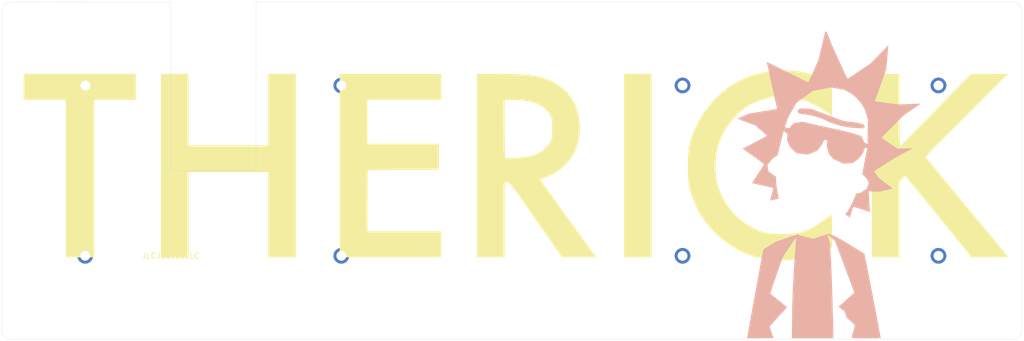
<source format=kicad_pcb>
(kicad_pcb (version 20171130) (host pcbnew "(5.1.2-1)-1")
  (layers (0 F.Cu signal) (31 B.Cu signal) (34 B.Paste user) (35 F.Paste user) (36 B.SilkS user) (37 F.SilkS user) (38 B.Mask user) (39 F.Mask user) (44 Edge.Cuts user))
  (net 0 "")
  (module Artwork:THERICK (layer F.Cu) (at 160.3375 72.628125)
    (fp_text reference U50 hide)
    (fp_text value HOLE hide)
    (fp_poly (pts (xy 86.541429 -13.153572) (xy 86.544383 -11.481928) (xy 86.552837 -9.927895) (xy 86.566177 -8.52779) (xy 86.58379 -7.317933) (xy 86.605064 -6.334643) (xy 86.629383 -5.61424) (xy 86.656136 -5.193043) (xy 86.6775 -5.095355) (xy 86.824557 -5.224856) (xy 87.201854 -5.592937) (xy 87.787423 -6.177302) (xy 88.559299 -6.955652) (xy 89.495516 -7.90569) (xy 90.574106 -9.005118) (xy 91.773104 -10.231639) (xy 93.070542 -11.562955) (xy 94.444456 -12.976769) (xy 94.615 -13.152539) (xy 102.416429 -21.194368) (xy 106.588619 -21.210756) (xy 110.760809 -21.227143) (xy 101.521567 -11.986569) (xy 99.753816 -10.21758) (xy 98.226687 -8.686557) (xy 96.92344 -7.375669) (xy 95.827337 -6.267087) (xy 94.921638 -5.342981) (xy 94.189605 -4.585522) (xy 93.614499 -3.97688) (xy 93.17958 -3.499225) (xy 92.86811 -3.134729) (xy 92.66335 -2.86556) (xy 92.548561 -2.673891) (xy 92.507003 -2.541891) (xy 92.521938 -2.45173) (xy 92.54152 -2.421436) (xy 92.696489 -2.23282) (xy 93.064894 -1.78724) (xy 93.628341 -1.106874) (xy 94.368438 -0.213901) (xy 95.266789 0.869502) (xy 96.305002 2.121157) (xy 97.464682 3.518884) (xy 98.727436 5.040507) (xy 100.07487 6.663848) (xy 101.488591 8.366727) (xy 101.710637 8.634161) (xy 103.129267 10.343415) (xy 104.481451 11.973908) (xy 105.749138 13.503793) (xy 106.914276 14.911226) (xy 107.958814 16.17436) (xy 108.8647 17.271349) (xy 109.613883 18.180346) (xy 110.18831 18.879507) (xy 110.569931 19.346985) (xy 110.740694 19.560934) (xy 110.747416 19.570456) (xy 110.684449 19.641034) (xy 110.380363 19.695196) (xy 109.809268 19.734258) (xy 108.945277 19.759539) (xy 107.762501 19.772356) (xy 106.736065 19.774619) (xy 102.597857 19.773523) (xy 95.259568 10.70319) (xy 93.986099 9.131205) (xy 92.779362 7.645585) (xy 91.658732 6.269925) (xy 90.643586 5.027819) (xy 89.753298 3.942863) (xy 89.007244 3.038651) (xy 88.424799 2.338777) (xy 88.025338 1.866836) (xy 87.828238 1.646423) (xy 87.81123 1.632857) (xy 87.630246 1.751834) (xy 87.29916 2.052818) (xy 87.121305 2.231137) (xy 86.541429 2.829417) (xy 86.541429 19.775714) (xy 80.372857 19.775714) (xy 80.372857 -21.227143) (xy 86.541429 -21.227143) (xy 86.541429 -13.153572)) (layer F.SilkS) (width 0.01))
    (fp_poly (pts (xy 31.205714 19.775714) (xy 25.037143 19.775714) (xy 25.037143 -21.227143) (xy 31.205714 -21.227143) (xy 31.205714 19.775714)) (layer F.SilkS) (width 0.01))
    (fp_poly (pts (xy -2.8575 -21.226632) (xy -0.86858 -21.216504) (xy 0.810534 -21.183525) (xy 2.232432 -21.123129) (xy 3.449703 -21.030751) (xy 4.514938 -20.901828) (xy 5.480726 -20.731793) (xy 6.399657 -20.516083) (xy 6.889408 -20.380595) (xy 8.882546 -19.635106) (xy 10.622015 -18.633251) (xy 12.097926 -17.387428) (xy 13.300389 -15.91004) (xy 14.219516 -14.213488) (xy 14.845416 -12.310172) (xy 15.1682 -10.212495) (xy 15.184266 -9.978844) (xy 15.147829 -7.876509) (xy 14.788165 -5.882202) (xy 14.122034 -4.025788) (xy 13.166193 -2.337132) (xy 11.937404 -0.846102) (xy 10.452426 0.417438) (xy 8.806709 1.386127) (xy 8.106551 1.700047) (xy 7.450292 1.955484) (xy 6.972174 2.100505) (xy 6.947066 2.105515) (xy 6.543507 2.227169) (xy 6.352377 2.375195) (xy 6.35 2.391142) (xy 6.453811 2.565574) (xy 6.752762 3.006838) (xy 7.228126 3.688631) (xy 7.861178 4.584653) (xy 8.633193 5.6686) (xy 9.525445 6.914172) (xy 10.519208 8.295066) (xy 11.595758 9.78498) (xy 12.600244 11.170237) (xy 18.850489 19.775714) (xy 15.004173 19.766417) (xy 11.157857 19.757119) (xy 5.365321 11.420702) (xy 4.12364 9.634461) (xy 3.071038 8.123419) (xy 2.189863 6.864566) (xy 1.462464 5.834894) (xy 0.87119 5.011394) (xy 0.398388 4.371057) (xy 0.026408 3.890874) (xy -0.262402 3.547836) (xy -0.485694 3.318933) (xy -0.66112 3.181158) (xy -0.80633 3.111501) (xy -0.938976 3.086953) (xy -1.030036 3.084286) (xy -1.632857 3.084286) (xy -1.632857 19.775714) (xy -7.801428 19.775714) (xy -7.801428 -9.010953) (xy -1.632857 -9.010953) (xy -1.629133 -7.519354) (xy -1.618543 -6.142944) (xy -1.601962 -4.923771) (xy -1.580262 -3.903885) (xy -1.554317 -3.125333) (xy -1.525002 -2.630165) (xy -1.496786 -2.461875) (xy -1.254816 -2.407086) (xy -0.730217 -2.391724) (xy -0.000467 -2.410641) (xy 0.856954 -2.458687) (xy 1.764568 -2.530712) (xy 2.644896 -2.621568) (xy 3.420458 -2.726105) (xy 3.947692 -2.823724) (xy 5.522941 -3.329353) (xy 6.830792 -4.073763) (xy 7.866184 -5.053314) (xy 8.567093 -6.145479) (xy 8.752644 -6.569216) (xy 8.873658 -7.000286) (xy 8.943241 -7.531385) (xy 8.974495 -8.255207) (xy 8.980714 -9.071429) (xy 8.973839 -9.999356) (xy 8.94302 -10.658621) (xy 8.872966 -11.143314) (xy 8.748387 -11.547525) (xy 8.553993 -11.965346) (xy 8.490705 -12.086724) (xy 7.745203 -13.140985) (xy 6.724784 -13.991442) (xy 5.422313 -14.640968) (xy 3.830659 -15.092435) (xy 1.942686 -15.348717) (xy 0.226786 -15.415099) (xy -1.632857 -15.421429) (xy -1.632857 -9.010953) (xy -7.801428 -9.010953) (xy -7.801428 -21.227143) (xy -2.8575 -21.226632)) (layer F.SilkS) (width 0.01))
    (fp_poly (pts (xy -15.784286 -15.421429) (xy -32.294286 -15.421429) (xy -32.294286 -5.624286) (xy -16.328571 -5.624286) (xy -16.328571 0.177614) (xy -24.266071 0.224878) (xy -32.203571 0.272143) (xy -32.25111 7.121071) (xy -32.298649 13.97) (xy -15.784286 13.97) (xy -15.784286 19.775714) (xy -38.462857 19.775714) (xy -38.462857 -21.227143) (xy -15.784286 -21.227143) (xy -15.784286 -15.421429)) (layer F.SilkS) (width 0.01))
    (fp_poly (pts (xy -72.208571 -5.261429) (xy -54.428571 -5.261429) (xy -54.428571 -21.227143) (xy -48.26 -21.227143) (xy -48.26 19.775714) (xy -54.428571 19.775714) (xy -54.428571 0.725714) (xy -72.208571 0.725714) (xy -72.208571 19.775714) (xy -78.377143 19.775714) (xy -78.377143 -21.227143) (xy -72.208571 -21.227143) (xy -72.208571 -5.261429)) (layer F.SilkS) (width 0.01))
    (fp_poly (pts (xy -84.001428 -15.421429) (xy -93.254286 -15.421429) (xy -93.254286 19.775714) (xy -99.604286 19.775714) (xy -99.604286 -15.421429) (xy -109.038571 -15.421429) (xy -109.038571 -21.227143) (xy -84.001428 -21.227143) (xy -84.001428 -15.421429)) (layer F.SilkS) (width 0.01))
    (fp_poly (pts (xy 63.962095 -21.825014) (xy 66.518146 -21.269081) (xy 67.037857 -21.111441) (xy 67.596927 -20.908104) (xy 68.36212 -20.596803) (xy 69.212931 -20.227616) (xy 69.713929 -19.999363) (xy 71.482857 -19.176683) (xy 71.482857 -11.758092) (xy 70.621072 -12.408957) (xy 68.491907 -13.823745) (xy 66.302874 -14.90734) (xy 64.07702 -15.657516) (xy 61.837395 -16.072047) (xy 59.607048 -16.148708) (xy 57.409029 -15.885273) (xy 55.266387 -15.279518) (xy 53.202172 -14.329216) (xy 52.84688 -14.125051) (xy 51.51512 -13.187418) (xy 50.184707 -11.980113) (xy 48.932844 -10.588305) (xy 47.836738 -9.097159) (xy 47.032218 -7.710714) (xy 46.246289 -5.766109) (xy 45.724895 -3.645744) (xy 45.474187 -1.428621) (xy 45.500317 0.806261) (xy 45.809435 2.9799) (xy 46.109253 4.143607) (xy 46.893011 6.129148) (xy 47.986788 8.016141) (xy 49.344306 9.750948) (xy 50.919284 11.279932) (xy 52.665441 12.549454) (xy 53.975 13.259797) (xy 55.127526 13.76871) (xy 56.146615 14.133244) (xy 57.13875 14.375393) (xy 58.210416 14.517148) (xy 59.468094 14.580504) (xy 60.415714 14.590065) (xy 61.795621 14.561868) (xy 63.014037 14.462424) (xy 64.127531 14.269453) (xy 65.19267 13.960677) (xy 66.266022 13.513817) (xy 67.404153 12.906594) (xy 68.663632 12.116729) (xy 70.101026 11.121943) (xy 71.14425 10.364656) (xy 71.257479 10.29533) (xy 71.342181 10.305341) (xy 71.402489 10.437472) (xy 71.442537 10.734505) (xy 71.46646 11.239221) (xy 71.478392 11.994403) (xy 71.482465 13.042833) (xy 71.482857 13.868925) (xy 71.482857 17.622109) (xy 69.986072 18.323291) (xy 67.349545 19.364294) (xy 64.608863 20.076038) (xy 61.810333 20.452061) (xy 59.000262 20.485899) (xy 56.458626 20.211609) (xy 53.884965 19.597764) (xy 51.421177 18.640603) (xy 49.078218 17.345923) (xy 46.867046 15.719523) (xy 45.34917 14.332857) (xy 43.585845 12.386523) (xy 42.147019 10.362462) (xy 40.994532 8.194971) (xy 40.090226 5.81835) (xy 39.772152 4.730527) (xy 39.604268 4.07609) (xy 39.481464 3.492591) (xy 39.396576 2.902316) (xy 39.342441 2.227552) (xy 39.311895 1.390583) (xy 39.297774 0.313697) (xy 39.29428 -0.453572) (xy 39.309993 -2.091749) (xy 39.37784 -3.460097) (xy 39.513188 -4.649775) (xy 39.7314 -5.751943) (xy 40.047841 -6.857761) (xy 40.477878 -8.058387) (xy 40.650189 -8.498098) (xy 41.662083 -10.627829) (xy 42.967155 -12.722745) (xy 44.505564 -14.708793) (xy 46.217466 -16.511921) (xy 48.043018 -18.058074) (xy 48.818214 -18.605688) (xy 51.066376 -19.887807) (xy 53.492308 -20.880976) (xy 56.045429 -21.578238) (xy 58.675155 -21.972636) (xy 61.330904 -22.057213) (xy 63.962095 -21.825014)) (layer F.SilkS) (width 0.01))
  )
  (module Artwork:rick_large (layer B.Cu) (at 231.378125 76.2 180)
    (fp_text reference U49 hide)
    (fp_text value HOLE hide)
    (fp_poly (pts (xy 7.015348 16.828876) (xy 7.293472 16.555918) (xy 7.179463 16.265675) (xy 7.129511 16.145662) (xy 7.07489 16.054858) (xy 6.997239 15.986717) (xy 6.878202 15.934695) (xy 6.699419 15.892244) (xy 6.442533 15.852821) (xy 6.089185 15.809878) (xy 5.813351 15.778586) (xy 5.115897 15.680371) (xy 4.388311 15.542399) (xy 3.655785 15.371742) (xy 2.943513 15.175471) (xy 2.276688 14.960658) (xy 1.680501 14.734375) (xy 1.180146 14.503692) (xy 1.0795 14.449778) (xy 0.402342 14.116625) (xy -0.39138 13.800847) (xy -1.292025 13.50565) (xy -2.289948 13.234239) (xy -3.20675 13.024787) (xy -3.5783 12.952725) (xy -3.968008 12.89035) (xy -4.394824 12.835683) (xy -4.877699 12.786744) (xy -5.435581 12.741555) (xy -6.087421 12.698138) (xy -6.643891 12.665849) (xy -7.350532 12.626799) (xy -7.576549 12.825244) (xy -7.802566 13.02369) (xy -7.670251 13.247946) (xy -7.608846 13.346706) (xy -7.544687 13.422574) (xy -7.457186 13.485047) (xy -7.325758 13.543623) (xy -7.129814 13.607798) (xy -6.848768 13.687069) (xy -6.536107 13.771137) (xy -6.058887 13.881287) (xy -5.498397 13.977611) (xy -4.836374 14.063075) (xy -4.550905 14.093677) (xy -4.070542 14.145372) (xy -3.684674 14.194513) (xy -3.361081 14.247023) (xy -3.06754 14.308823) (xy -2.77183 14.385833) (xy -2.463338 14.477309) (xy -2.089201 14.599415) (xy -1.694645 14.739606) (xy -1.32836 14.879975) (xy -1.055683 14.995019) (xy -0.864897 15.076463) (xy -0.571936 15.194925) (xy -0.193899 15.343793) (xy 0.252119 15.516454) (xy 0.74902 15.706296) (xy 1.279707 15.906708) (xy 1.827084 16.111078) (xy 1.901192 16.13856) (xy 4.278634 17.019493) (xy 5.507929 17.060663) (xy 6.737225 17.101833) (xy 7.015348 16.828876)) (layer B.SilkS) (width 0.01))
    (fp_poly (pts (xy 1.043847 34.277804) (xy 1.0795 34.255908) (xy 1.094033 34.189366) (xy 1.135755 34.011175) (xy 1.201843 33.733091) (xy 1.289476 33.366867) (xy 1.395834 32.924258) (xy 1.518096 32.41702) (xy 1.653441 31.856908) (xy 1.799048 31.255675) (xy 1.840353 31.085353) (xy 2.601207 27.948892) (xy 3.697728 25.436492) (xy 3.964582 24.829531) (xy 4.20467 24.292426) (xy 4.414362 23.832892) (xy 4.590029 23.458647) (xy 4.728041 23.177407) (xy 4.824767 22.996886) (xy 4.876578 22.924801) (xy 4.879835 22.923797) (xy 4.948542 22.951763) (xy 5.121889 23.032908) (xy 5.391253 23.162954) (xy 5.748013 23.337627) (xy 6.183546 23.552651) (xy 6.68923 23.803751) (xy 7.256444 24.086652) (xy 7.876565 24.397079) (xy 8.540971 24.730756) (xy 9.24104 25.083407) (xy 9.565687 25.247293) (xy 10.404904 25.670873) (xy 11.137824 26.039939) (xy 11.771256 26.357736) (xy 12.31201 26.627506) (xy 12.766895 26.852494) (xy 13.142721 27.035945) (xy 13.446296 27.181101) (xy 13.68443 27.291208) (xy 13.863932 27.369508) (xy 13.991611 27.419247) (xy 14.074277 27.443668) (xy 14.11874 27.446015) (xy 14.131807 27.429532) (xy 14.130811 27.422168) (xy 14.084473 27.22151) (xy 14.016591 26.921487) (xy 13.929576 26.5331) (xy 13.825838 26.067352) (xy 13.707789 25.535245) (xy 13.57784 24.947781) (xy 13.438403 24.315962) (xy 13.291889 23.65079) (xy 13.140709 22.963268) (xy 12.987275 22.264397) (xy 12.833997 21.565179) (xy 12.683286 20.876617) (xy 12.537555 20.209712) (xy 12.399215 19.575467) (xy 12.270675 18.984884) (xy 12.154349 18.448965) (xy 12.052647 17.978712) (xy 11.96798 17.585127) (xy 11.90276 17.279213) (xy 11.859398 17.071971) (xy 11.840305 16.974403) (xy 11.839676 16.968158) (xy 11.904334 16.954459) (xy 12.082374 16.922627) (xy 12.361782 16.874669) (xy 12.730547 16.812592) (xy 13.176657 16.738402) (xy 13.6881 16.654105) (xy 14.252863 16.561709) (xy 14.858935 16.46322) (xy 14.972681 16.444806) (xy 18.08603 15.941111) (xy 19.361765 15.385532) (xy 19.73342 15.22223) (xy 20.062424 15.0749) (xy 20.332077 14.951249) (xy 20.525682 14.858983) (xy 20.626538 14.805811) (xy 20.637233 14.796851) (xy 20.580025 14.767276) (xy 20.417745 14.698516) (xy 20.164209 14.596044) (xy 19.833236 14.465334) (xy 19.438643 14.311857) (xy 18.994247 14.141086) (xy 18.664157 14.015408) (xy 16.691348 13.267065) (xy 15.394174 12.152486) (xy 15.051392 11.856408) (xy 14.742588 11.586711) (xy 14.480255 11.354547) (xy 14.276886 11.171068) (xy 14.144976 11.047427) (xy 14.097017 10.994775) (xy 14.097 10.994537) (xy 14.151089 10.954749) (xy 14.304039 10.864105) (xy 14.541873 10.730026) (xy 14.850614 10.559936) (xy 15.216284 10.361259) (xy 15.624907 10.141417) (xy 16.062507 9.907835) (xy 16.515105 9.667934) (xy 16.968725 9.42914) (xy 17.409389 9.198874) (xy 17.823122 8.98456) (xy 18.195946 8.793622) (xy 18.513883 8.633483) (xy 18.762958 8.511566) (xy 18.843625 8.473566) (xy 19.102753 8.349682) (xy 19.312942 8.241658) (xy 19.451024 8.161913) (xy 19.4945 8.124726) (xy 19.444414 8.079262) (xy 19.300974 7.967816) (xy 19.074406 7.797893) (xy 18.774934 7.576996) (xy 18.412785 7.312632) (xy 17.998183 7.012303) (xy 17.541354 6.683515) (xy 17.11325 6.37711) (xy 16.627564 6.028925) (xy 16.175176 5.701811) (xy 15.766323 5.403373) (xy 15.411242 5.141216) (xy 15.120169 4.922942) (xy 14.90334 4.756156) (xy 14.770994 4.648461) (xy 14.73254 4.608679) (xy 14.766464 4.542089) (xy 14.862956 4.381471) (xy 15.014467 4.138684) (xy 15.213448 3.825591) (xy 15.452348 3.45405) (xy 15.72362 3.035924) (xy 16.019712 2.583072) (xy 16.089709 2.4765) (xy 16.389238 2.019537) (xy 16.664847 1.596538) (xy 16.909148 1.219031) (xy 17.114756 0.898546) (xy 17.274283 0.64661) (xy 17.380343 0.474752) (xy 17.42555 0.394499) (xy 17.426509 0.390132) (xy 17.36222 0.371669) (xy 17.187559 0.328801) (xy 16.916129 0.26468) (xy 16.561533 0.182456) (xy 16.137374 0.08528) (xy 15.657254 -0.023698) (xy 15.134776 -0.141327) (xy 15.047322 -0.160927) (xy 14.51916 -0.279662) (xy 14.031053 -0.390238) (xy 13.596622 -0.489504) (xy 13.229488 -0.574313) (xy 12.943273 -0.641512) (xy 12.751598 -0.687953) (xy 12.668085 -0.710486) (xy 12.665666 -0.711666) (xy 12.675013 -0.776648) (xy 12.713448 -0.946579) (xy 12.776604 -1.203895) (xy 12.860116 -1.53103) (xy 12.959619 -1.910419) (xy 13.0175 -2.12725) (xy 13.12408 -2.526615) (xy 13.217756 -2.882344) (xy 13.294045 -3.177027) (xy 13.348467 -3.393256) (xy 13.376542 -3.513621) (xy 13.379191 -3.532612) (xy 13.316115 -3.52381) (xy 13.155508 -3.490317) (xy 12.923043 -3.438248) (xy 12.644397 -3.373721) (xy 12.345244 -3.302853) (xy 12.051258 -3.231761) (xy 11.788115 -3.166562) (xy 11.581489 -3.113373) (xy 11.457054 -3.078311) (xy 11.432868 -3.068898) (xy 11.433661 -2.998799) (xy 11.473604 -2.861035) (xy 11.481705 -2.839201) (xy 11.514058 -2.719856) (xy 11.562717 -2.495513) (xy 11.623738 -2.186548) (xy 11.693176 -1.813339) (xy 11.767087 -1.396261) (xy 11.812212 -1.131816) (xy 11.907124 -0.546808) (xy 11.977248 -0.063396) (xy 12.025153 0.340843) (xy 12.053406 0.688332) (xy 12.064575 1.001494) (xy 12.065 1.075627) (xy 12.065 1.779638) (xy 12.92225 2.415304) (xy 13.205406 2.626354) (xy 13.449123 2.810074) (xy 13.636681 2.953695) (xy 13.751364 3.044445) (xy 13.7795 3.070182) (xy 13.787777 3.136952) (xy 13.810191 3.302904) (xy 13.843115 3.54147) (xy 13.874962 3.76945) (xy 13.970425 4.449506) (xy 13.39345 5.178207) (xy 13.148671 5.481797) (xy 12.952481 5.707406) (xy 12.77877 5.879761) (xy 12.601427 6.02359) (xy 12.394342 6.163621) (xy 12.2739 6.238466) (xy 12.036764 6.392494) (xy 11.84008 6.537214) (xy 11.71066 6.651998) (xy 11.676356 6.698137) (xy 11.646581 6.795509) (xy 11.593703 6.997106) (xy 11.522568 7.283264) (xy 11.438022 7.634323) (xy 11.344913 8.03062) (xy 11.300414 8.22325) (xy 11.157711 8.839369) (xy 11.017343 9.436048) (xy 10.882451 10.00064) (xy 10.756175 10.520496) (xy 10.641656 10.982967) (xy 10.542034 11.375404) (xy 10.46045 11.68516) (xy 10.400046 11.899586) (xy 10.363961 12.006033) (xy 10.359072 12.01433) (xy 10.297158 11.995208) (xy 10.166571 11.905976) (xy 9.991056 11.763631) (xy 9.912524 11.694673) (xy 9.506557 11.330437) (xy 9.564592 10.647347) (xy 9.622626 9.964256) (xy 9.245405 9.139933) (xy 8.868184 8.315609) (xy 7.52475 7.068099) (xy 6.235506 6.91245) (xy 4.946263 6.756801) (xy 3.871563 7.204276) (xy 2.796864 7.65175) (xy 2.262021 8.347042) (xy 1.930262 8.804865) (xy 1.684225 9.207401) (xy 1.519413 9.553542) (xy 1.424145 9.785876) (xy 1.347597 9.968682) (xy 1.301717 10.07359) (xy 1.294577 10.087456) (xy 1.229128 10.085779) (xy 1.079195 10.057183) (xy 0.95037 10.026318) (xy 0.623234 9.942476) (xy 0.671018 9.305113) (xy 0.693029 9.015314) (xy 0.705865 8.800566) (xy 0.705726 8.629226) (xy 0.688807 8.46965) (xy 0.651308 8.290195) (xy 0.589426 8.059219) (xy 0.499359 7.745078) (xy 0.472216 7.650616) (xy 0.235819 6.82625) (xy -0.260109 6.283627) (xy -0.756036 5.741004) (xy -1.886143 5.230568) (xy -3.01625 4.720131) (xy -4.03225 4.791852) (xy -5.04825 4.863572) (xy -5.715 5.322535) (xy -6.022632 5.540826) (xy -6.257738 5.72882) (xy -6.456679 5.921402) (xy -6.655818 6.153452) (xy -6.868318 6.428937) (xy -7.100643 6.748854) (xy -7.270602 7.014456) (xy -7.400501 7.266087) (xy -7.512646 7.544087) (xy -7.560889 7.681563) (xy -7.649176 7.938078) (xy -7.722395 8.145496) (xy -7.771015 8.277114) (xy -7.785073 8.309586) (xy -7.847792 8.299378) (xy -7.984956 8.247049) (xy -8.058472 8.214336) (xy -8.232001 8.110416) (xy -8.290804 8.015203) (xy -8.288851 8.001) (xy -8.253995 7.85174) (xy -8.199591 7.599648) (xy -8.130045 7.266615) (xy -8.049761 6.87453) (xy -7.963146 6.445283) (xy -7.874604 6.000764) (xy -7.788542 5.562861) (xy -7.709365 5.153465) (xy -7.641478 4.794465) (xy -7.618991 4.672714) (xy -7.542682 4.260981) (xy -7.46282 3.838678) (xy -7.386828 3.444504) (xy -7.322129 3.11716) (xy -7.296194 2.989964) (xy -7.170048 2.38125) (xy -7.704762 1.87325) (xy -7.950267 1.633709) (xy -8.123439 1.443646) (xy -8.248522 1.270067) (xy -8.349763 1.079982) (xy -8.4365 0.877525) (xy -8.633523 0.3898) (xy -8.421064 -0.201975) (xy -8.208604 -0.79375) (xy -7.540952 -1.281431) (xy -7.262594 -1.482573) (xy -7.056355 -1.621695) (xy -6.892701 -1.712911) (xy -6.742099 -1.770332) (xy -6.575014 -1.80807) (xy -6.375391 -1.838366) (xy -6.136266 -1.876465) (xy -5.948778 -1.915377) (xy -5.846218 -1.947943) (xy -5.838011 -1.953934) (xy -5.801474 -2.029213) (xy -5.732636 -2.197848) (xy -5.6419 -2.433588) (xy -5.555375 -2.667) (xy -5.341305 -3.207685) (xy -5.083407 -3.784335) (xy -4.796979 -4.367531) (xy -4.497321 -4.927853) (xy -4.199731 -5.435884) (xy -3.919511 -5.862204) (xy -3.830237 -5.984203) (xy -3.650913 -6.224304) (xy -3.506009 -6.424681) (xy -3.409411 -6.565655) (xy -3.375007 -6.627548) (xy -3.375494 -6.628611) (xy -3.435222 -6.666684) (xy -3.578191 -6.75673) (xy -3.779969 -6.88338) (xy -3.919956 -6.971082) (xy -4.442661 -7.298345) (xy -4.548283 -6.935297) (xy -4.606811 -6.732804) (xy -4.689346 -6.445518) (xy -4.785172 -6.110809) (xy -4.883575 -5.766045) (xy -4.889073 -5.74675) (xy -5.001585 -5.374573) (xy -5.097339 -5.10486) (xy -5.173246 -4.945581) (xy -5.21575 -4.903293) (xy -5.297188 -4.918443) (xy -5.482879 -4.970036) (xy -5.757009 -5.053132) (xy -6.103762 -5.162795) (xy -6.507323 -5.294086) (xy -6.951876 -5.442068) (xy -7.082117 -5.486015) (xy -7.53118 -5.63718) (xy -7.939732 -5.773144) (xy -8.29276 -5.889036) (xy -8.575253 -5.979985) (xy -8.772199 -6.041121) (xy -8.868585 -6.067571) (xy -8.875686 -6.067981) (xy -8.876949 -6.002742) (xy -8.871714 -5.828561) (xy -8.86091 -5.563278) (xy -8.845463 -5.224733) (xy -8.826302 -4.830767) (xy -8.804353 -4.39922) (xy -8.780545 -3.947932) (xy -8.755806 -3.494745) (xy -8.731062 -3.057497) (xy -8.707241 -2.65403) (xy -8.685272 -2.302184) (xy -8.666081 -2.019799) (xy -8.663066 -1.978698) (xy -8.623654 -1.449146) (xy -11.01725 -1.536832) (xy -12.446 -1.205074) (xy -12.855495 -1.108529) (xy -13.223657 -1.018947) (xy -13.532384 -0.940962) (xy -13.763571 -0.879204) (xy -13.899113 -0.838308) (xy -13.926466 -0.826267) (xy -13.893377 -0.776701) (xy -13.771104 -0.665579) (xy -13.57416 -0.504668) (xy -13.317056 -0.305737) (xy -13.014303 -0.080554) (xy -12.942216 -0.028082) (xy -12.443207 0.33397) (xy -12.034425 0.63237) (xy -11.703356 0.878123) (xy -11.437489 1.082233) (xy -11.22431 1.255704) (xy -11.051306 1.409541) (xy -10.905964 1.554749) (xy -10.775771 1.702331) (xy -10.648215 1.863292) (xy -10.510782 2.048637) (xy -10.387906 2.21828) (xy -10.19478 2.491056) (xy -10.033704 2.729327) (xy -9.917241 2.91364) (xy -9.857955 3.024544) (xy -9.853419 3.045788) (xy -9.909641 3.090996) (xy -10.062467 3.197144) (xy -10.301206 3.357221) (xy -10.615168 3.564215) (xy -10.993664 3.811115) (xy -11.426004 4.09091) (xy -11.901499 4.396589) (xy -12.35075 4.68373) (xy -13.011675 5.103308) (xy -13.586506 5.463835) (xy -14.094809 5.776727) (xy -14.556147 6.053398) (xy -14.990087 6.305265) (xy -15.416192 6.543742) (xy -15.854026 6.780244) (xy -16.323155 7.026188) (xy -16.680433 7.209973) (xy -17.124505 7.437973) (xy -17.529136 7.647524) (xy -17.881274 7.831725) (xy -18.167868 7.983675) (xy -18.375867 8.096474) (xy -18.492221 8.163221) (xy -18.512497 8.178671) (xy -18.44605 8.181785) (xy -18.269307 8.179891) (xy -17.998851 8.173449) (xy -17.651268 8.162916) (xy -17.243143 8.148749) (xy -16.791061 8.131405) (xy -16.77235 8.130654) (xy -15.053322 8.061518) (xy -13.273411 9.280955) (xy -12.85295 9.57017) (xy -12.4679 9.837243) (xy -12.130337 10.073629) (xy -11.852334 10.270777) (xy -11.645966 10.420142) (xy -11.523308 10.513174) (xy -11.4935 10.540992) (xy -11.537321 10.591947) (xy -11.663425 10.724084) (xy -11.863776 10.929301) (xy -12.130337 11.1995) (xy -12.455072 11.52658) (xy -12.829943 11.90244) (xy -13.246915 12.31898) (xy -13.69795 12.7681) (xy -14.049436 13.117172) (xy -15.389184 14.44625) (xy -8.462472 14.44625) (xy -8.409172 12.41425) (xy -8.396019 11.882054) (xy -8.384569 11.358604) (xy -8.375199 10.866051) (xy -8.368282 10.42655) (xy -8.364194 10.062251) (xy -8.363308 9.795308) (xy -8.363795 9.731375) (xy -8.36478 9.461235) (xy -8.361184 9.245856) (xy -8.353717 9.111784) (xy -8.346342 9.0805) (xy -8.283862 9.112027) (xy -8.146238 9.194194) (xy -7.985336 9.295201) (xy -7.838048 9.394776) (xy -7.726518 9.491851) (xy -7.632006 9.612905) (xy -7.535771 9.784415) (xy -7.419076 10.032861) (xy -7.344058 10.201315) (xy -7.038411 10.892728) (xy -6.170331 11.19068) (xy -5.567917 11.384278) (xy -4.847824 11.592444) (xy -4.018279 11.81313) (xy -3.08751 12.044288) (xy -2.063747 12.283869) (xy -0.955216 12.529824) (xy 0.132727 12.760034) (xy 0.765059 12.892789) (xy 1.438443 13.037427) (xy 2.123748 13.187471) (xy 2.791843 13.336444) (xy 3.413596 13.47787) (xy 3.959876 13.605272) (xy 4.275042 13.680998) (xy 4.733561 13.790778) (xy 5.1626 13.889342) (xy 5.543493 13.972729) (xy 5.857575 14.036975) (xy 6.086182 14.078118) (xy 6.210648 14.092195) (xy 6.211792 14.092176) (xy 6.362593 14.080036) (xy 6.606247 14.050356) (xy 6.910504 14.007445) (xy 7.243109 13.955609) (xy 7.28153 13.949301) (xy 8.11781 13.81125) (xy 8.607033 13.255625) (xy 8.807951 13.036332) (xy 8.986384 12.857853) (xy 9.122086 12.739414) (xy 9.192181 12.7) (xy 9.327229 12.71174) (xy 9.518207 12.741795) (xy 9.727809 12.78242) (xy 9.918732 12.825869) (xy 10.053671 12.864397) (xy 10.0965 12.887765) (xy 10.077293 12.95792) (xy 10.024083 13.127895) (xy 9.943484 13.377182) (xy 9.84211 13.68527) (xy 9.753317 13.951872) (xy 9.642338 14.276378) (xy 9.538482 14.559355) (xy 9.431242 14.823) (xy 9.31011 15.08951) (xy 9.164577 15.381081) (xy 8.984135 15.71991) (xy 8.758277 16.128195) (xy 8.536861 16.521458) (xy 8.303518 16.932739) (xy 8.085121 17.315111) (xy 7.891014 17.652414) (xy 7.73054 17.92849) (xy 7.613043 18.127181) (xy 7.547868 18.232328) (xy 7.545767 18.235393) (xy 7.467691 18.311684) (xy 7.298971 18.451944) (xy 7.052351 18.646392) (xy 6.740576 18.885241) (xy 6.37639 19.158708) (xy 5.972538 19.457009) (xy 5.620793 19.713231) (xy 3.813639 21.021425) (xy -0.251457 21.784251) (xy -1.665604 21.53289) (xy -3.07975 21.28153) (xy -3.974204 20.81664) (xy -4.512647 20.515605) (xy -4.994366 20.196384) (xy -5.445687 19.837329) (xy -5.892935 19.416796) (xy -6.362438 18.913138) (xy -6.547609 18.70075) (xy -7.06036 18.039439) (xy -7.483584 17.346408) (xy -7.830576 16.595547) (xy -8.114631 15.760749) (xy -8.196863 15.46225) (xy -8.462472 14.44625) (xy -15.389184 14.44625) (xy -16.605371 15.65275) (xy -18.431735 16.884909) (xy -18.857538 17.173328) (xy -19.246742 17.439177) (xy -19.587558 17.674229) (xy -19.868194 17.870258) (xy -20.07686 18.019038) (xy -20.201767 18.112343) (xy -20.233299 18.141869) (xy -20.166483 18.14491) (xy -19.986675 18.142933) (xy -19.707767 18.136353) (xy -19.343652 18.125589) (xy -18.90822 18.111055) (xy -18.415364 18.09317) (xy -17.878976 18.072349) (xy -17.771874 18.068039) (xy -15.33525 17.969407) (xy -12.8905 18.286481) (xy -12.216724 18.373873) (xy -11.658097 18.446594) (xy -11.203836 18.506417) (xy -10.843161 18.555114) (xy -10.565289 18.594461) (xy -10.359438 18.626228) (xy -10.214827 18.652191) (xy -10.120674 18.674122) (xy -10.066196 18.693795) (xy -10.040613 18.712982) (xy -10.033141 18.733458) (xy -10.033 18.756456) (xy -10.053968 18.829505) (xy -10.11436 19.01127) (xy -10.210408 19.291034) (xy -10.338344 19.658084) (xy -10.494399 20.101705) (xy -10.674807 20.611182) (xy -10.875799 21.1758) (xy -11.093606 21.784844) (xy -11.304555 22.372282) (xy -12.576109 25.906407) (xy -12.798573 28.551269) (xy -12.845681 29.116432) (xy -12.888561 29.640789) (xy -12.926197 30.111171) (xy -12.957573 30.514405) (xy -12.981674 30.837321) (xy -12.997483 31.066747) (xy -13.003985 31.189511) (xy -13.003393 31.206806) (xy -12.956982 31.164956) (xy -12.831253 31.040934) (xy -12.635179 30.843856) (xy -12.377732 30.582838) (xy -12.067885 30.267) (xy -11.714611 29.905456) (xy -11.326882 29.507326) (xy -11.024011 29.1955) (xy -9.062272 27.17352) (xy -6.549393 25.483471) (xy -6.04238 25.143328) (xy -5.565558 24.825078) (xy -5.129649 24.53576) (xy -4.745374 24.282414) (xy -4.423455 24.072081) (xy -4.174614 23.911801) (xy -4.009574 23.808612) (xy -3.939133 23.769575) (xy -3.904803 23.793075) (xy -3.845378 23.878871) (xy -3.757836 24.03316) (xy -3.639154 24.262144) (xy -3.486311 24.572022) (xy -3.296286 24.968993) (xy -3.066056 25.459257) (xy -2.792601 26.049013) (xy -2.472898 26.744462) (xy -2.224534 27.287489) (xy -1.868752 28.066769) (xy -1.560715 28.742029) (xy -1.295401 29.324766) (xy -1.067789 29.826479) (xy -0.872856 30.258666) (xy -0.705582 30.632826) (xy -0.560943 30.960456) (xy -0.433918 31.253056) (xy -0.319485 31.522122) (xy -0.212623 31.779155) (xy -0.108309 32.035651) (xy -0.001522 32.30311) (xy 0.11276 32.593029) (xy 0.239559 32.916907) (xy 0.286052 33.035876) (xy 0.45047 33.45392) (xy 0.577525 33.767845) (xy 0.674733 33.992334) (xy 0.749609 34.142075) (xy 0.809667 34.231753) (xy 0.862422 34.276055) (xy 0.91539 34.289666) (xy 0.927797 34.29) (xy 1.043847 34.277804)) (layer B.SilkS) (width 0.01))
    (fp_poly (pts (xy 0.570775 -10.964189) (xy 0.582454 -10.986614) (xy 0.646378 -11.022391) (xy 0.815494 -11.090142) (xy 1.073713 -11.184164) (xy 1.404944 -11.298759) (xy 1.793096 -11.428224) (xy 2.204022 -11.561109) (xy 3.80405 -12.07099) (xy 5.5374 -11.616289) (xy 5.986765 -11.497022) (xy 6.395056 -11.386001) (xy 6.746385 -11.287759) (xy 7.02486 -11.20683) (xy 7.214592 -11.14775) (xy 7.29969 -11.115051) (xy 7.3025 -11.112625) (xy 7.367294 -11.12225) (xy 7.538975 -11.170209) (xy 7.80475 -11.252341) (xy 8.151826 -11.364488) (xy 8.567409 -11.50249) (xy 9.038707 -11.662187) (xy 9.552926 -11.83942) (xy 9.763799 -11.912904) (xy 12.193348 -12.762146) (xy 13.478549 -13.566816) (xy 13.843513 -13.796204) (xy 14.174915 -14.006171) (xy 14.456726 -14.186427) (xy 14.672922 -14.326684) (xy 14.807474 -14.416652) (xy 14.843198 -14.442959) (xy 14.884197 -14.5295) (xy 14.939828 -14.715363) (xy 15.003291 -14.974689) (xy 15.067783 -15.281623) (xy 15.078532 -15.337591) (xy 15.172925 -15.838615) (xy 15.286116 -16.443794) (xy 15.415868 -17.140919) (xy 15.559945 -17.917782) (xy 15.716111 -18.762175) (xy 15.88213 -19.661889) (xy 16.055766 -20.604716) (xy 16.234783 -21.578446) (xy 16.416944 -22.570872) (xy 16.600014 -23.569786) (xy 16.781755 -24.562977) (xy 16.959934 -25.538239) (xy 17.132312 -26.483362) (xy 17.296654 -27.386139) (xy 17.450723 -28.23436) (xy 17.592285 -29.015817) (xy 17.719101 -29.718302) (xy 17.828937 -30.329606) (xy 17.919557 -30.837521) (xy 17.974177 -31.14675) (xy 18.078036 -31.7374) (xy 18.17612 -32.293033) (xy 18.266067 -32.800418) (xy 18.345512 -33.246326) (xy 18.412094 -33.617528) (xy 18.46345 -33.900792) (xy 18.497216 -34.08289) (xy 18.510046 -34.147125) (xy 18.544419 -34.29) (xy 15.590459 -34.29) (xy 14.991605 -34.289068) (xy 14.433438 -34.286399) (xy 13.928422 -34.282182) (xy 13.489021 -34.276605) (xy 13.1277 -34.269859) (xy 12.856923 -34.262131) (xy 12.689155 -34.253612) (xy 12.6365 -34.245193) (xy 12.656412 -34.174067) (xy 12.711933 -34.001991) (xy 12.796734 -33.747889) (xy 12.90449 -33.430688) (xy 13.028873 -33.069313) (xy 13.049249 -33.010517) (xy 13.176116 -32.640337) (xy 13.287188 -32.307736) (xy 13.376064 -32.032588) (xy 13.436341 -31.834769) (xy 13.461618 -31.734154) (xy 13.461999 -31.729105) (xy 13.420425 -31.664581) (xy 13.301446 -31.516486) (xy 13.11368 -31.29468) (xy 12.865742 -31.009026) (xy 12.566249 -30.669382) (xy 12.223817 -30.28561) (xy 11.847064 -29.867571) (xy 11.541125 -29.530868) (xy 11.144071 -29.094755) (xy 10.77418 -28.687226) (xy 10.440098 -28.317896) (xy 10.150469 -27.996382) (xy 9.913939 -27.732298) (xy 9.739153 -27.53526) (xy 9.634757 -27.414885) (xy 9.60777 -27.38046) (xy 9.652917 -27.332467) (xy 9.786942 -27.214679) (xy 9.999051 -27.035999) (xy 10.278445 -26.805333) (xy 10.61433 -26.531587) (xy 10.995907 -26.223665) (xy 11.412382 -25.890472) (xy 11.465145 -25.848455) (xy 11.886185 -25.511032) (xy 12.274102 -25.195719) (xy 12.617969 -24.911737) (xy 12.90686 -24.668306) (xy 13.129847 -24.474644) (xy 13.276004 -24.339972) (xy 13.334402 -24.273509) (xy 13.335 -24.270767) (xy 13.314841 -24.196809) (xy 13.256645 -24.012974) (xy 13.163828 -23.729432) (xy 13.039806 -23.356349) (xy 12.887997 -22.903895) (xy 12.711818 -22.382236) (xy 12.514686 -21.801541) (xy 12.300017 -21.171978) (xy 12.07123 -20.503714) (xy 11.967924 -20.202811) (xy 10.600848 -16.22425) (xy 9.189799 -14.102458) (xy 8.815347 -13.54002) (xy 8.504631 -13.075033) (xy 8.251552 -12.698871) (xy 8.050012 -12.402908) (xy 7.893913 -12.178516) (xy 7.777157 -12.017072) (xy 7.693646 -11.909948) (xy 7.637281 -11.848518) (xy 7.601965 -11.824157) (xy 7.581861 -11.827971) (xy 7.581961 -11.894078) (xy 7.591658 -12.073614) (xy 7.610005 -12.35345) (xy 7.636056 -12.720453) (xy 7.668864 -13.161492) (xy 7.707482 -13.663437) (xy 7.750963 -14.213154) (xy 7.777787 -14.54562) (xy 7.821502 -15.109561) (xy 7.869838 -15.779099) (xy 7.92145 -16.532969) (xy 7.974994 -17.349909) (xy 8.029124 -18.208654) (xy 8.082496 -19.087941) (xy 8.133764 -19.966507) (xy 8.181585 -20.823088) (xy 8.217311 -21.49475) (xy 8.267235 -22.474267) (xy 8.309815 -23.351938) (xy 8.345806 -24.152165) (xy 8.37596 -24.899356) (xy 8.401031 -25.617913) (xy 8.421773 -26.332244) (xy 8.438938 -27.066752) (xy 8.45328 -27.845843) (xy 8.465552 -28.693922) (xy 8.476508 -29.635395) (xy 8.480452 -30.019625) (xy 8.523013 -34.29) (xy -0.762 -34.29) (xy -0.761826 -33.702625) (xy -0.759812 -33.518732) (xy -0.754113 -33.223522) (xy -0.745133 -32.832611) (xy -0.733277 -32.361615) (xy -0.718951 -31.82615) (xy -0.702558 -31.241833) (xy -0.684503 -30.62428) (xy -0.667609 -30.06725) (xy -0.646333 -29.369301) (xy -0.622505 -28.573013) (xy -0.596956 -27.707002) (xy -0.570514 -26.799883) (xy -0.54401 -25.880272) (xy -0.518275 -24.976785) (xy -0.494137 -24.118038) (xy -0.475136 -23.4315) (xy -0.450774 -22.619962) (xy -0.420268 -21.726755) (xy -0.384895 -20.782632) (xy -0.34593 -19.818344) (xy -0.304653 -18.864646) (xy -0.262338 -17.952289) (xy -0.220265 -17.112027) (xy -0.188254 -16.523239) (xy 0.000198 -13.202728) (xy 0.291738 -12.18467) (xy 0.386497 -11.844732) (xy 0.464112 -11.54867) (xy 0.519509 -11.31735) (xy 0.547613 -11.171637) (xy 0.547943 -11.131277) (xy 0.483878 -11.152437) (xy 0.345852 -11.251812) (xy 0.1485 -11.416625) (xy -0.09354 -11.634098) (xy -0.365632 -11.891456) (xy -0.653138 -12.175921) (xy -0.679976 -12.203135) (xy -1.137702 -12.66825) (xy -3.267601 -18.334171) (xy -3.572361 -19.145766) (xy -3.864083 -19.924354) (xy -4.13969 -20.661626) (xy -4.396105 -21.34927) (xy -4.630251 -21.978977) (xy -4.839049 -22.542436) (xy -5.019422 -23.031338) (xy -5.168293 -23.437372) (xy -5.282584 -23.752229) (xy -5.359218 -23.967597) (xy -5.395117 -24.075168) (xy -5.3975 -24.08556) (xy -5.35123 -24.145641) (xy -5.219566 -24.278825) (xy -5.013231 -24.475204) (xy -4.742947 -24.72487) (xy -4.419438 -25.017915) (xy -4.053426 -25.344432) (xy -3.667125 -25.684463) (xy -3.270556 -26.032543) (xy -2.905974 -26.354916) (xy -2.584063 -26.641953) (xy -2.315505 -26.884027) (xy -2.110981 -27.07151) (xy -1.981175 -27.194774) (xy -1.93675 -27.243998) (xy -1.983377 -27.298744) (xy -2.111211 -27.416764) (xy -2.302183 -27.582124) (xy -2.538225 -27.778894) (xy -2.608227 -27.836062) (xy -3.279704 -28.382025) (xy -3.480755 -29.034137) (xy -3.681806 -29.68625) (xy -4.603153 -30.505694) (xy -4.90434 -30.779179) (xy -5.160076 -31.022405) (xy -5.357339 -31.222211) (xy -5.483106 -31.365434) (xy -5.5245 -31.436901) (xy -5.508396 -31.521551) (xy -5.464049 -31.706345) (xy -5.397409 -31.969116) (xy -5.314428 -32.287699) (xy -5.221054 -32.639927) (xy -5.12324 -33.003634) (xy -5.026934 -33.356653) (xy -4.938087 -33.676819) (xy -4.86265 -33.941964) (xy -4.806572 -34.129922) (xy -4.781228 -34.205788) (xy -4.7928 -34.224964) (xy -4.849511 -34.241122) (xy -4.960445 -34.254496) (xy -5.13469 -34.265323) (xy -5.381331 -34.273839) (xy -5.709455 -34.280279) (xy -6.128147 -34.284879) (xy -6.646493 -34.287875) (xy -7.27358 -34.289504) (xy -8.018495 -34.289999) (xy -8.025957 -34.29) (xy -8.765816 -34.289595) (xy -9.388315 -34.288201) (xy -9.903091 -34.285552) (xy -10.319781 -34.281381) (xy -10.648022 -34.275418) (xy -10.897452 -34.267398) (xy -11.077707 -34.257053) (xy -11.198427 -34.244115) (xy -11.269246 -34.228317) (xy -11.299804 -34.209391) (xy -11.303 -34.199076) (xy -11.291178 -34.108661) (xy -11.256786 -33.903417) (xy -11.201435 -33.591684) (xy -11.126736 -33.181805) (xy -11.0343 -32.682121) (xy -10.925738 -32.100973) (xy -10.802661 -31.446702) (xy -10.66668 -30.727651) (xy -10.519406 -29.95216) (xy -10.362451 -29.128571) (xy -10.197424 -28.265226) (xy -10.025937 -27.370466) (xy -9.849601 -26.452632) (xy -9.670027 -25.520066) (xy -9.488826 -24.581109) (xy -9.30761 -23.644103) (xy -9.127988 -22.71739) (xy -8.951572 -21.80931) (xy -8.779974 -20.928205) (xy -8.614804 -20.082417) (xy -8.457672 -19.280286) (xy -8.310191 -18.530156) (xy -8.173971 -17.840366) (xy -8.050623 -17.219259) (xy -7.941758 -16.675175) (xy -7.848987 -16.216457) (xy -7.773921 -15.851446) (xy -7.718171 -15.588483) (xy -7.683348 -15.435909) (xy -7.672112 -15.399067) (xy -7.603322 -15.352366) (xy -7.436185 -15.24611) (xy -7.180939 -15.086616) (xy -6.84782 -14.880201) (xy -6.447063 -14.63318) (xy -5.988905 -14.351869) (xy -5.483583 -14.042586) (xy -4.941332 -13.711645) (xy -4.637471 -13.526585) (xy -3.947557 -13.107762) (xy -3.353808 -12.749889) (xy -2.84476 -12.446493) (xy -2.408954 -12.191097) (xy -2.034928 -11.977229) (xy -1.711222 -11.798415) (xy -1.426374 -11.64818) (xy -1.168923 -11.520051) (xy -0.927408 -11.407552) (xy -0.742497 -11.326396) (xy -0.28832 -11.139002) (xy 0.062398 -11.011058) (xy 0.317354 -10.940591) (xy 0.484247 -10.925626) (xy 0.570775 -10.964189)) (layer B.SilkS) (width 0.01))
  )
  (module random-keyboard-parts:Generic-Mounthole (layer F.Cu) (at 255.5875 92.075)
    (fp_text reference H8)
    (fp_text value MountingHole)
    (pad 1 thru_hole circle (at 0 0) (size 3.5 3.5) (drill 2.2) (layers *.Cu *.Mask))
  )
  (module random-keyboard-parts:Generic-Mounthole (layer F.Cu) (at 65.0875 53.975)
    (fp_text reference H7)
    (fp_text value MountingHole)
    (pad 1 thru_hole circle (at 0 0) (size 3.5 3.5) (drill 2.2) (layers *.Cu *.Mask))
  )
  (module random-keyboard-parts:Generic-Mounthole (layer F.Cu) (at 255.5875 53.975)
    (fp_text reference H6)
    (fp_text value MountingHole)
    (pad 1 thru_hole circle (at 0 0) (size 3.5 3.5) (drill 2.2) (layers *.Cu *.Mask))
  )
  (module random-keyboard-parts:Generic-Mounthole (layer F.Cu) (at 198.4375 92.075)
    (fp_text reference H5)
    (fp_text value MountingHole)
    (pad 1 thru_hole circle (at 0 0) (size 3.5 3.5) (drill 2.2) (layers *.Cu *.Mask))
  )
  (module random-keyboard-parts:Generic-Mounthole (layer F.Cu) (at 198.4375 53.975)
    (fp_text reference H4)
    (fp_text value MountingHole)
    (pad 1 thru_hole circle (at 0 0) (size 3.5 3.5) (drill 2.2) (layers *.Cu *.Mask))
  )
  (module random-keyboard-parts:Generic-Mounthole (layer F.Cu) (at 122.2375 92.075)
    (fp_text reference H3)
    (fp_text value MountingHole)
    (pad 1 thru_hole circle (at 0 0) (size 3.5 3.5) (drill 2.2) (layers *.Cu *.Mask))
  )
  (module random-keyboard-parts:Generic-Mounthole (layer F.Cu) (at 122.2375 53.975)
    (fp_text reference H2)
    (fp_text value MountingHole)
    (pad 1 thru_hole circle (at 0 0) (size 3.5 3.5) (drill 2.2) (layers *.Cu *.Mask))
  )
  (module random-keyboard-parts:Generic-Mounthole (layer F.Cu) (at 65.0367 92.075)
    (fp_text reference H1)
    (fp_text value MountingHole)
    (pad 1 thru_hole circle (at 0 0) (size 3.5 3.5) (drill 2.2) (layers *.Cu *.Mask))
  )
  (module Keeb_footprints:MX100_outline (layer F.Cu) (at 265.1125 101.6)
    (fp_text reference U48)
    (fp_text value HOLE)
  )
  (module Keeb_footprints:MX100_outline (layer F.Cu) (at 246.0625 101.6)
    (fp_text reference U47)
    (fp_text value HOLE)
  )
  (module Keeb_footprints:MX100_outline (layer F.Cu) (at 227.0125 101.6)
    (fp_text reference U46)
    (fp_text value HOLE)
  )
  (module Keeb_footprints:MX100_outline (layer F.Cu) (at 207.9625 101.6)
    (fp_text reference U45)
    (fp_text value HOLE)
  )
  (module Keeb_footprints:MX100_outline (layer F.Cu) (at 188.9125 101.6)
    (fp_text reference U44)
    (fp_text value HOLE)
  )
  (module Keeb_footprints:MX100_outline (layer F.Cu) (at 169.8625 101.6)
    (fp_text reference U43)
    (fp_text value HOLE)
  )
  (module Keeb_footprints:MX100_outline (layer F.Cu) (at 150.8125 101.6)
    (fp_text reference U42)
    (fp_text value HOLE)
  )
  (module Keeb_footprints:MX100_outline (layer F.Cu) (at 131.7625 101.6)
    (fp_text reference U41)
    (fp_text value HOLE)
  )
  (module Keeb_footprints:MX100_outline (layer F.Cu) (at 112.7125 101.6)
    (fp_text reference U40)
    (fp_text value HOLE)
  )
  (module Keeb_footprints:MX100_outline (layer F.Cu) (at 93.6625 101.6)
    (fp_text reference U39)
    (fp_text value HOLE)
  )
  (module Keeb_footprints:MX100_outline (layer F.Cu) (at 74.6125 101.6)
    (fp_text reference U38)
    (fp_text value HOLE)
  )
  (module Keeb_footprints:MX100_outline (layer F.Cu) (at 55.5625 101.6)
    (fp_text reference U37)
    (fp_text value HOLE)
  )
  (module Keeb_footprints:MX100_outline (layer F.Cu) (at 265.1125 82.55)
    (fp_text reference U36)
    (fp_text value HOLE)
  )
  (module Keeb_footprints:MX100_outline (layer F.Cu) (at 246.0625 82.55)
    (fp_text reference U35)
    (fp_text value HOLE)
  )
  (module Keeb_footprints:MX100_outline (layer F.Cu) (at 227.0125 82.55)
    (fp_text reference U34)
    (fp_text value HOLE)
  )
  (module Keeb_footprints:MX100_outline (layer F.Cu) (at 207.9625 82.55)
    (fp_text reference U33)
    (fp_text value HOLE)
  )
  (module Keeb_footprints:MX100_outline (layer F.Cu) (at 188.9125 82.55)
    (fp_text reference U32)
    (fp_text value HOLE)
  )
  (module Keeb_footprints:MX100_outline (layer F.Cu) (at 169.8625 82.55)
    (fp_text reference U31)
    (fp_text value HOLE)
  )
  (module Keeb_footprints:MX100_outline (layer F.Cu) (at 150.8125 82.55)
    (fp_text reference U30)
    (fp_text value HOLE)
  )
  (module Keeb_footprints:MX100_outline (layer F.Cu) (at 131.7625 82.55)
    (fp_text reference U29)
    (fp_text value HOLE)
  )
  (module Keeb_footprints:MX100_outline (layer F.Cu) (at 112.7125 82.55)
    (fp_text reference U28)
    (fp_text value HOLE)
  )
  (module Keeb_footprints:MX100_outline (layer F.Cu) (at 93.6625 82.55)
    (fp_text reference U27)
    (fp_text value HOLE)
  )
  (module Keeb_footprints:MX100_outline (layer F.Cu) (at 74.6125 82.55)
    (fp_text reference U26)
    (fp_text value HOLE)
  )
  (module Keeb_footprints:MX100_outline (layer F.Cu) (at 55.5625 82.55)
    (fp_text reference U25)
    (fp_text value HOLE)
  )
  (module Keeb_footprints:MX100_outline (layer F.Cu) (at 265.1125 63.5)
    (fp_text reference U24)
    (fp_text value HOLE)
  )
  (module Keeb_footprints:MX100_outline (layer F.Cu) (at 246.0625 63.5)
    (fp_text reference U23)
    (fp_text value HOLE)
  )
  (module Keeb_footprints:MX100_outline (layer F.Cu) (at 227.0125 63.5)
    (fp_text reference U22)
    (fp_text value HOLE)
  )
  (module Keeb_footprints:MX100_outline (layer F.Cu) (at 207.9625 63.5)
    (fp_text reference U21)
    (fp_text value HOLE)
  )
  (module Keeb_footprints:MX100_outline (layer F.Cu) (at 188.9125 63.5)
    (fp_text reference U20)
    (fp_text value HOLE)
  )
  (module Keeb_footprints:MX100_outline (layer F.Cu) (at 169.8625 63.5)
    (fp_text reference U19)
    (fp_text value HOLE)
  )
  (module Keeb_footprints:MX100_outline (layer F.Cu) (at 150.8125 63.5)
    (fp_text reference U18)
    (fp_text value HOLE)
  )
  (module Keeb_footprints:MX100_outline (layer F.Cu) (at 131.7625 63.5)
    (fp_text reference U17)
    (fp_text value HOLE)
  )
  (module Keeb_footprints:MX100_outline (layer F.Cu) (at 112.7125 63.5)
    (fp_text reference U16)
    (fp_text value HOLE)
  )
  (module Keeb_footprints:MX100_outline (layer F.Cu) (at 93.6625 63.5)
    (fp_text reference U15)
    (fp_text value HOLE)
  )
  (module Keeb_footprints:MX100_outline (layer F.Cu) (at 74.6125 63.5)
    (fp_text reference U14)
    (fp_text value HOLE)
  )
  (module Keeb_footprints:MX100_outline (layer F.Cu) (at 55.5625 63.5)
    (fp_text reference U13)
    (fp_text value HOLE)
  )
  (module Keeb_footprints:MX100_outline (layer F.Cu) (at 265.1125 44.45)
    (fp_text reference U12)
    (fp_text value HOLE)
  )
  (module Keeb_footprints:MX100_outline (layer F.Cu) (at 246.137501 44.45)
    (fp_text reference U11)
    (fp_text value HOLE)
  )
  (module Keeb_footprints:MX100_outline (layer F.Cu) (at 227.0125 44.45)
    (fp_text reference U10)
    (fp_text value HOLE)
  )
  (module Keeb_footprints:MX100_outline (layer F.Cu) (at 207.9625 44.45)
    (fp_text reference U9)
    (fp_text value HOLE)
  )
  (module Keeb_footprints:MX100_outline (layer F.Cu) (at 188.9125 44.45)
    (fp_text reference U8)
    (fp_text value HOLE)
  )
  (module Keeb_footprints:MX100_outline (layer F.Cu) (at 169.8625 44.45)
    (fp_text reference U7)
    (fp_text value HOLE)
  )
  (module Keeb_footprints:MX100_outline (layer F.Cu) (at 150.8125 44.45)
    (fp_text reference U6)
    (fp_text value HOLE)
  )
  (module Keeb_footprints:MX100_outline (layer F.Cu) (at 131.7625 44.45)
    (fp_text reference U5)
    (fp_text value HOLE)
  )
  (module Keeb_footprints:MX100_outline (layer F.Cu) (at 112.7125 44.45)
    (fp_text reference U4)
    (fp_text value HOLE)
  )
  (module Keeb_footprints:MX100_outline (layer F.Cu) (at 93.6625 44.45)
    (fp_text reference U3)
    (fp_text value HOLE)
  )
  (module Keeb_footprints:MX100_outline (layer F.Cu) (at 74.6125 44.45)
    (fp_text reference U2)
    (fp_text value HOLE)
  )
  (module Keeb_footprints:MX100_outline (layer F.Cu) (at 55.5625 44.45)
    (fp_text reference U1)
    (fp_text value HOLE)
  )
  (gr_line (start 84.1375 35.321875) (end 48.41875 35.294875) (layer Edge.Cuts) (width 0.05))
  (gr_line (start 84.1375 73.025) (end 84.1375 35.321875) (layer Edge.Cuts) (width 0.05))
  (gr_line (start 103.1875 73.025) (end 84.1375 73.025) (layer Edge.Cuts) (width 0.05))
  (gr_line (start 103.1875 35.294875) (end 103.1875 73.025) (layer Edge.Cuts) (width 0.05))
  (gr_text JLCJLCJLCJLC (at 84.1375 92.075) (layer F.SilkS) (effects (font (size 1.25 1.25) (thickness 0.2))))
  (gr_line (start 103.1875 35.294875) (end 272.25625 35.294875) (layer Edge.Cuts) (width 0.05))
  (gr_arc (start 272.25625 37.27925) (end 274.240625 37.27925) (angle -90) (layer Edge.Cuts) (width 0.05))
  (gr_arc (start 272.25625 108.77075) (end 272.25625 110.755125) (angle -90) (layer Edge.Cuts) (width 0.05))
  (gr_arc (start 48.41875 108.77075) (end 46.434375 108.77075) (angle -90) (layer Edge.Cuts) (width 0.05))
  (gr_arc (start 48.41875 37.27925) (end 48.41875 35.294875) (angle -90) (layer Edge.Cuts) (width 0.05))
  (gr_line (start 274.240625 108.77075) (end 274.240625 37.27925) (layer Edge.Cuts) (width 0.05))
  (gr_line (start 48.41875 110.755125) (end 272.25625 110.755125) (layer Edge.Cuts) (width 0.05))
  (gr_line (start 46.434375 37.27925) (end 46.434375 108.77075) (layer Edge.Cuts) (width 0.05))
)
</source>
